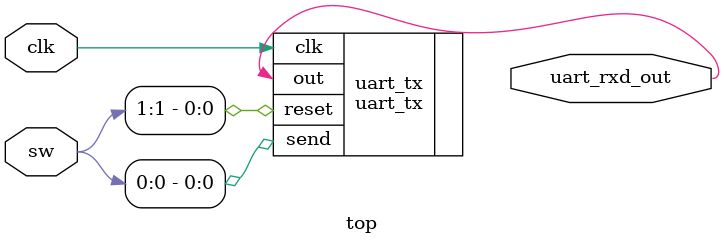
<source format=v>
/*
Copyright 2020 The Moss Authors.

Licensed under the Apache License, Version 2.0 (the "License");
you may not use this file except in compliance with the License.
You may obtain a copy of the License at

    http://www.apache.org/licenses/LICENSE-2.0

Unless required by applicable law or agreed to in writing, software
distributed under the License is distributed on an "AS IS" BASIS,
WITHOUT WARRANTIES OR CONDITIONS OF ANY KIND, either express or implied.
See the License for the specific language governing permissions and
limitations under the License.
*/

// timescale is formatted as <time_unit> / <time_precision>
`timescale 1ns / 1ps

module top(
    input clk,
    input [1:0]sw,
    output uart_rxd_out
    );

    uart_tx uart_tx(.clk(clk), .send(sw[0]), .reset(sw[1]), .out(uart_rxd_out));

endmodule

</source>
